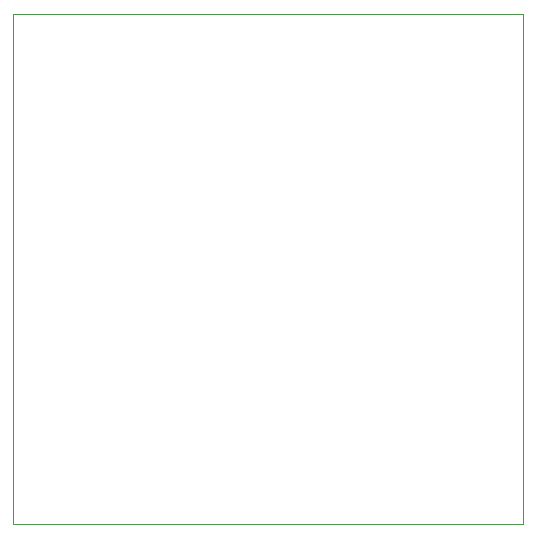
<source format=gko>
%TF.GenerationSoftware,KiCad,Pcbnew,9.0.1*%
%TF.CreationDate,2025-04-16T09:50:42-06:00*%
%TF.ProjectId,SparkFun_GNSS_ZED-X20P,53706172-6b46-4756-9e5f-474e53535f5a,rev?*%
%TF.SameCoordinates,Original*%
%TF.FileFunction,Soldermask,Bot*%
%TF.FilePolarity,Negative*%
%FSLAX46Y46*%
G04 Gerber Fmt 4.6, Leading zero omitted, Abs format (unit mm)*
G04 Created by KiCad (PCBNEW 9.0.1) date 2025-04-16 09:50:42*
%MOMM*%
%LPD*%
G01*
G04 APERTURE LIST*
%TA.AperFunction,Profile*%
%ADD10C,0.100000*%
%TD*%
G04 APERTURE END LIST*
D10*
X0Y43180000D02*
X43180000Y43180000D01*
X43180000Y0D01*
X0Y0D01*
X0Y43180000D01*
M02*

</source>
